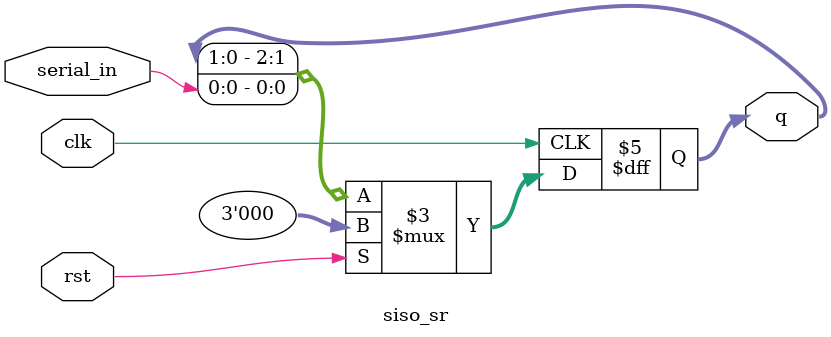
<source format=v>
module siso_sr(
    input  wire clk,
    input  wire rst,
    input  wire serial_in,
    output reg  [2:0] q
);

always @(posedge clk) begin
    if (rst)
        q <= 3'b000;
    else
        q <= {q[1:0], serial_in};
end

endmodule

</source>
